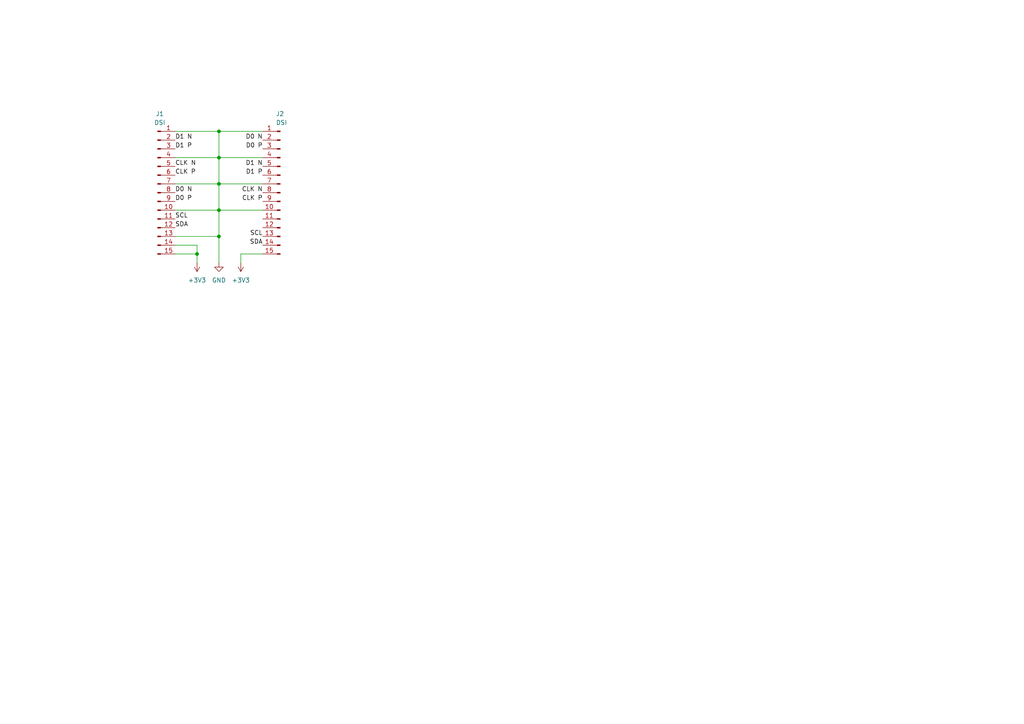
<source format=kicad_sch>
(kicad_sch (version 20230121) (generator eeschema)
  (paper "A4")
  (lib_symbols
    (symbol "Connector:Conn_01x15_Pin" (pin_names (offset 1.016) hide)
      (property "Reference" "J" (at 0 20.32 0))
      (property "Value" "Conn_01x15_Pin" (at 0 -20.32 0))
      (symbol "Conn_01x15_Pin_1_1"
        (polyline (pts (xy 1.27 -17.78) (xy 0.8636 -17.78)) (stroke (width 0.1524)))
        (polyline (pts (xy 1.27 -15.24) (xy 0.8636 -15.24)) (stroke (width 0.1524)))
        (polyline (pts (xy 1.27 -12.7) (xy 0.8636 -12.7)) (stroke (width 0.1524)))
        (polyline (pts (xy 1.27 -10.16) (xy 0.8636 -10.16)) (stroke (width 0.1524)))
        (polyline (pts (xy 1.27 -7.62) (xy 0.8636 -7.62)) (stroke (width 0.1524)))
        (polyline (pts (xy 1.27 -5.08) (xy 0.8636 -5.08)) (stroke (width 0.1524)))
        (polyline (pts (xy 1.27 -2.54) (xy 0.8636 -2.54)) (stroke (width 0.1524)))
        (polyline (pts (xy 1.27 0) (xy 0.8636 0)) (stroke (width 0.1524)))
        (polyline (pts (xy 1.27 2.54) (xy 0.8636 2.54)) (stroke (width 0.1524)))
        (polyline (pts (xy 1.27 5.08) (xy 0.8636 5.08)) (stroke (width 0.1524)))
        (polyline (pts (xy 1.27 7.62) (xy 0.8636 7.62)) (stroke (width 0.1524)))
        (polyline (pts (xy 1.27 10.16) (xy 0.8636 10.16)) (stroke (width 0.1524)))
        (polyline (pts (xy 1.27 12.7) (xy 0.8636 12.7)) (stroke (width 0.1524)))
        (polyline (pts (xy 1.27 15.24) (xy 0.8636 15.24)) (stroke (width 0.1524)))
        (polyline (pts (xy 1.27 17.78) (xy 0.8636 17.78)) (stroke (width 0.1524)))
        (rectangle (start 0.8636 -17.653) (end 0 -17.907) (stroke (width 0.1524)) (fill (type outline)))
        (rectangle (start 0.8636 -15.113) (end 0 -15.367) (stroke (width 0.1524)) (fill (type outline)))
        (rectangle (start 0.8636 -12.573) (end 0 -12.827) (stroke (width 0.1524)) (fill (type outline)))
        (rectangle (start 0.8636 -10.033) (end 0 -10.287) (stroke (width 0.1524)) (fill (type outline)))
        (rectangle (start 0.8636 -7.493) (end 0 -7.747) (stroke (width 0.1524)) (fill (type outline)))
        (rectangle (start 0.8636 -4.953) (end 0 -5.207) (stroke (width 0.1524)) (fill (type outline)))
        (rectangle (start 0.8636 -2.413) (end 0 -2.667) (stroke (width 0.1524)) (fill (type outline)))
        (rectangle (start 0.8636 0.127) (end 0 -0.127) (stroke (width 0.1524)) (fill (type outline)))
        (rectangle (start 0.8636 2.667) (end 0 2.413) (stroke (width 0.1524)) (fill (type outline)))
        (rectangle (start 0.8636 5.207) (end 0 4.953) (stroke (width 0.1524)) (fill (type outline)))
        (rectangle (start 0.8636 7.747) (end 0 7.493) (stroke (width 0.1524)) (fill (type outline)))
        (rectangle (start 0.8636 10.287) (end 0 10.033) (stroke (width 0.1524)) (fill (type outline)))
        (rectangle (start 0.8636 12.827) (end 0 12.573) (stroke (width 0.1524)) (fill (type outline)))
        (rectangle (start 0.8636 15.367) (end 0 15.113) (stroke (width 0.1524)) (fill (type outline)))
        (rectangle (start 0.8636 17.907) (end 0 17.653) (stroke (width 0.1524)) (fill (type outline)))
        (pin passive line (at 5.08 17.78 180) (length 3.81) (name "Pin_1") (number "1"))
        (pin passive line (at 5.08 -5.08 180) (length 3.81) (name "Pin_10") (number "10"))
        (pin passive line (at 5.08 -7.62 180) (length 3.81) (name "Pin_11") (number "11"))
        (pin passive line (at 5.08 -10.16 180) (length 3.81) (name "Pin_12") (number "12"))
        (pin passive line (at 5.08 -12.7 180) (length 3.81) (name "Pin_13") (number "13"))
        (pin passive line (at 5.08 -15.24 180) (length 3.81) (name "Pin_14") (number "14"))
        (pin passive line (at 5.08 -17.78 180) (length 3.81) (name "Pin_15") (number "15"))
        (pin passive line (at 5.08 15.24 180) (length 3.81) (name "Pin_2") (number "2"))
        (pin passive line (at 5.08 12.7 180) (length 3.81) (name "Pin_3") (number "3"))
        (pin passive line (at 5.08 10.16 180) (length 3.81) (name "Pin_4") (number "4"))
        (pin passive line (at 5.08 7.62 180) (length 3.81) (name "Pin_5") (number "5"))
        (pin passive line (at 5.08 5.08 180) (length 3.81) (name "Pin_6") (number "6"))
        (pin passive line (at 5.08 2.54 180) (length 3.81) (name "Pin_7") (number "7"))
        (pin passive line (at 5.08 0 180) (length 3.81) (name "Pin_8") (number "8"))
        (pin passive line (at 5.08 -2.54 180) (length 3.81) (name "Pin_9") (number "9"))
      )
    )
    (symbol "power:+3V3" (power) (pin_names (offset 0))
      (property "Value" "+3V3" (at 0 3.556 0))
      (symbol "+3V3_0_1"
        (polyline (pts (xy -0.762 1.27) (xy 0 2.54)))
        (polyline (pts (xy 0 0) (xy 0 2.54)))
        (polyline (pts (xy 0 2.54) (xy 0.762 1.27)))
      )
      (symbol "+3V3_1_1"
        (pin power_in line (at 0 0 90) (length 0) hide (name "+3V3") (number "1"))
      )
    )
    (symbol "power:GND" (power) (pin_names (offset 0))
      (property "Value" "GND" (at 0 -3.81 0))
      (symbol "GND_0_1"
        (polyline (pts (xy 0 0) (xy 0 -1.27) (xy 1.27 -1.27) (xy 0 -2.54) (xy -1.27 -1.27) (xy 0 -1.27)))
      )
      (symbol "GND_1_1"
        (pin power_in line (at 0 0 270) (length 0) hide (name "GND") (number "1"))
      )
    )
  )
  (junction (at 63.5 38.1))
  (junction (at 63.5 60.96))
  (junction (at 63.5 68.58))
  (junction (at 63.5 45.72))
  (junction (at 63.5 53.34))
  (junction (at 57.15 73.66))
  (wire (pts (xy 63.5 38.1) (xy 63.5 45.72)))
  (wire (pts (xy 50.8 53.34) (xy 63.5 53.34)))
  (wire (pts (xy 63.5 53.34) (xy 76.2 53.34)))
  (wire (pts (xy 57.15 73.66) (xy 57.15 76.2)))
  (wire (pts (xy 63.5 45.72) (xy 63.5 53.34)))
  (wire (pts (xy 69.85 73.66) (xy 69.85 76.2)))
  (wire (pts (xy 63.5 38.1) (xy 76.2 38.1)))
  (wire (pts (xy 50.8 73.66) (xy 57.15 73.66)))
  (wire (pts (xy 63.5 68.58) (xy 50.8 68.58)))
  (wire (pts (xy 57.15 71.12) (xy 57.15 73.66)))
  (wire (pts (xy 63.5 53.34) (xy 63.5 60.96)))
  (wire (pts (xy 50.8 38.1) (xy 63.5 38.1)))
  (wire (pts (xy 63.5 60.96) (xy 76.2 60.96)))
  (wire (pts (xy 63.5 60.96) (xy 63.5 68.58)))
  (wire (pts (xy 50.8 71.12) (xy 57.15 71.12)))
  (wire (pts (xy 63.5 68.58) (xy 63.5 76.2)))
  (wire (pts (xy 76.2 73.66) (xy 69.85 73.66)))
  (wire (pts (xy 50.8 45.72) (xy 63.5 45.72)))
  (wire (pts (xy 50.8 60.96) (xy 63.5 60.96)))
  (wire (pts (xy 63.5 45.72) (xy 76.2 45.72)))
  (label "CLK P" (at 76.2 58.42 180))
  (label "SDA" (at 50.8 66.04 0))
  (label "D0 P" (at 50.8 58.42 0))
  (label "CLK P" (at 50.8 50.8 0))
  (label "CLK N" (at 76.2 55.88 180))
  (label "D1 P" (at 50.8 43.18 0))
  (label "SDA" (at 76.2 71.12 180))
  (label "D0 N" (at 50.8 55.88 0))
  (label "SCL" (at 76.2 68.58 180))
  (label "SCL" (at 50.8 63.5 0))
  (label "D1 N" (at 50.8 40.64 0))
  (label "D1 P" (at 76.2 50.8 180))
  (label "D0 N" (at 76.2 40.64 180))
  (label "CLK N" (at 50.8 48.26 0))
  (label "D0 P" (at 76.2 43.18 180))
  (label "D1 N" (at 76.2 48.26 180))
  (symbol (lib_id "Connector:Conn_01x15_Pin") (at 45.72 55.88 0) (unit 1)
    (property "Reference" "J1" (at 46.355 33.02 0))
    (property "Value" "DSI" (at 46.355 35.56 0))
  )
  (symbol (lib_id "power:+3V3") (at 57.15 76.2 180) (unit 1)
    (property "Reference" "#PWR02" (effects hide))
    (property "Value" "+3V3" (at 57.15 81.28 0))
  )
  (symbol (lib_id "Connector:Conn_01x15_Pin") (at 81.28 55.88 0) (mirror y) (unit 1)
    (property "Reference" "J2" (at 80.01 33.02 0) (effects (justify right)))
    (property "Value" "DSI" (at 80.01 35.56 0) (effects (justify right)))
  )
  (symbol (lib_id "power:+3V3") (at 69.85 76.2 180) (unit 1)
    (property "Reference" "#PWR03" (effects hide))
    (property "Value" "+3V3" (at 69.85 81.28 0))
  )
  (symbol (lib_id "power:GND") (at 63.5 76.2 0) (unit 1)
    (property "Reference" "#PWR01" (effects hide))
    (property "Value" "GND" (at 63.5 81.28 0))
  )
)
</source>
